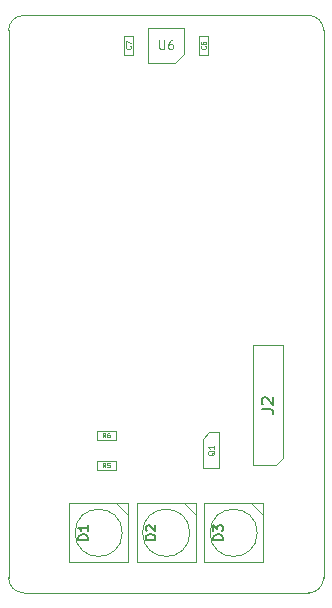
<source format=gbr>
%TF.GenerationSoftware,KiCad,Pcbnew,5.1.5+dfsg1-2~bpo10+1*%
%TF.CreationDate,Date%
%TF.ProjectId,CO2,434f322e-6b69-4636-9164-5f7063625858,rev?*%
%TF.SameCoordinates,Original*%
%TF.FileFunction,Other,Fab,Top*%
%FSLAX45Y45*%
G04 Gerber Fmt 4.5, Leading zero omitted, Abs format (unit mm)*
G04 Created by KiCad*
%MOMM*%
%LPD*%
G04 APERTURE LIST*
%ADD10C,0.120000*%
%ADD11C,0.100000*%
%ADD12C,0.110000*%
%ADD13C,0.150000*%
%ADD14C,0.060000*%
%ADD15C,0.075000*%
G04 APERTURE END LIST*
D10*
X-63500Y-4254500D02*
G75*
G02X-190500Y-4127500I0J127000D01*
G01*
X2476500Y-4127500D02*
G75*
G02X2349500Y-4254500I-127000J0D01*
G01*
X-190500Y507511D02*
G75*
G02X-63500Y634511I127000J0D01*
G01*
X2349500Y634511D02*
G75*
G02X2476500Y507511I0J-127000D01*
G01*
X2476500Y-4127500D02*
X2476500Y508000D01*
X-63500Y-4254500D02*
X2349500Y-4254500D01*
X-190500Y508000D02*
X-190500Y-4127500D01*
X2349500Y634511D02*
X-63500Y634511D01*
D11*
X1293000Y306000D02*
X1218000Y231000D01*
X1293000Y531000D02*
X1293000Y306000D01*
X993000Y531000D02*
X1293000Y531000D01*
X993000Y231000D02*
X993000Y531000D01*
X1218000Y231000D02*
X993000Y231000D01*
X2133600Y-3111500D02*
X2070100Y-3175000D01*
X2133600Y-2159000D02*
X2133600Y-3111500D01*
X1879600Y-2159000D02*
X2133600Y-2159000D01*
X1879600Y-3175000D02*
X1879600Y-2159000D01*
X2070100Y-3175000D02*
X1879600Y-3175000D01*
X785500Y301000D02*
X785500Y461000D01*
X865500Y301000D02*
X785500Y301000D01*
X865500Y461000D02*
X865500Y301000D01*
X785500Y461000D02*
X865500Y461000D01*
X1500500Y461000D02*
X1500500Y301000D01*
X1420500Y461000D02*
X1500500Y461000D01*
X1420500Y301000D02*
X1420500Y461000D01*
X1500500Y301000D02*
X1420500Y301000D01*
X715000Y-2961000D02*
X555000Y-2961000D01*
X715000Y-2881000D02*
X715000Y-2961000D01*
X555000Y-2881000D02*
X715000Y-2881000D01*
X555000Y-2961000D02*
X555000Y-2881000D01*
X555000Y-3135000D02*
X715000Y-3135000D01*
X555000Y-3215000D02*
X555000Y-3135000D01*
X715000Y-3215000D02*
X555000Y-3215000D01*
X715000Y-3135000D02*
X715000Y-3215000D01*
X1454000Y-3200000D02*
X1594000Y-3200000D01*
X1594000Y-2896000D02*
X1594000Y-3200000D01*
X1454000Y-2953000D02*
X1509000Y-2896000D01*
X1509000Y-2896000D02*
X1594000Y-2896000D01*
X1454000Y-2953000D02*
X1454000Y-3198000D01*
X1914500Y-3746500D02*
G75*
G03X1914500Y-3746500I-200000J0D01*
G01*
X1464500Y-3496500D02*
X1464500Y-3996500D01*
X1964500Y-3496500D02*
X1464500Y-3496500D01*
X1964500Y-3996500D02*
X1964500Y-3496500D01*
X1464500Y-3996500D02*
X1964500Y-3996500D01*
X1864500Y-3496500D02*
X1964500Y-3596500D01*
X1343000Y-3746500D02*
G75*
G03X1343000Y-3746500I-200000J0D01*
G01*
X893000Y-3496500D02*
X893000Y-3996500D01*
X1393000Y-3496500D02*
X893000Y-3496500D01*
X1393000Y-3996500D02*
X1393000Y-3496500D01*
X893000Y-3996500D02*
X1393000Y-3996500D01*
X1293000Y-3496500D02*
X1393000Y-3596500D01*
X771500Y-3746500D02*
G75*
G03X771500Y-3746500I-200000J0D01*
G01*
X321500Y-3496500D02*
X321500Y-3996500D01*
X821500Y-3496500D02*
X321500Y-3496500D01*
X821500Y-3996500D02*
X821500Y-3496500D01*
X321500Y-3996500D02*
X821500Y-3996500D01*
X721500Y-3496500D02*
X821500Y-3596500D01*
D12*
X1085857Y422071D02*
X1085857Y361357D01*
X1089429Y354214D01*
X1093000Y350643D01*
X1100143Y347072D01*
X1114429Y347072D01*
X1121571Y350643D01*
X1125143Y354214D01*
X1128714Y361357D01*
X1128714Y422071D01*
X1196571Y422071D02*
X1182286Y422071D01*
X1175143Y418500D01*
X1171571Y414929D01*
X1164429Y404214D01*
X1160857Y389929D01*
X1160857Y361357D01*
X1164429Y354214D01*
X1168000Y350643D01*
X1175143Y347072D01*
X1189429Y347072D01*
X1196571Y350643D01*
X1200143Y354214D01*
X1203714Y361357D01*
X1203714Y379214D01*
X1200143Y386357D01*
X1196571Y389929D01*
X1189429Y393500D01*
X1175143Y393500D01*
X1168000Y389929D01*
X1164429Y386357D01*
X1160857Y379214D01*
D13*
X1951838Y-2700333D02*
X2023267Y-2700333D01*
X2037552Y-2705095D01*
X2047076Y-2714619D01*
X2051838Y-2728905D01*
X2051838Y-2738429D01*
X1961362Y-2657476D02*
X1956600Y-2652714D01*
X1951838Y-2643190D01*
X1951838Y-2619381D01*
X1956600Y-2609857D01*
X1961362Y-2605095D01*
X1970886Y-2600333D01*
X1980409Y-2600333D01*
X1994695Y-2605095D01*
X2051838Y-2662238D01*
X2051838Y-2600333D01*
D14*
X839786Y374333D02*
X841690Y372429D01*
X843595Y366714D01*
X843595Y362905D01*
X841690Y357190D01*
X837881Y353381D01*
X834071Y351476D01*
X826452Y349571D01*
X820738Y349571D01*
X813119Y351476D01*
X809309Y353381D01*
X805500Y357190D01*
X803595Y362905D01*
X803595Y366714D01*
X805500Y372429D01*
X807405Y374333D01*
X803595Y387667D02*
X803595Y414333D01*
X843595Y397190D01*
X1474786Y374333D02*
X1476690Y372429D01*
X1478595Y366714D01*
X1478595Y362905D01*
X1476690Y357190D01*
X1472881Y353381D01*
X1469071Y351476D01*
X1461452Y349571D01*
X1455738Y349571D01*
X1448119Y351476D01*
X1444309Y353381D01*
X1440500Y357190D01*
X1438595Y362905D01*
X1438595Y366714D01*
X1440500Y372429D01*
X1442405Y374333D01*
X1438595Y408619D02*
X1438595Y401000D01*
X1440500Y397190D01*
X1442405Y395286D01*
X1448119Y391476D01*
X1455738Y389571D01*
X1470976Y389571D01*
X1474786Y391476D01*
X1476690Y393381D01*
X1478595Y397190D01*
X1478595Y404810D01*
X1476690Y408619D01*
X1474786Y410524D01*
X1470976Y412429D01*
X1461452Y412429D01*
X1457643Y410524D01*
X1455738Y408619D01*
X1453833Y404810D01*
X1453833Y397190D01*
X1455738Y393381D01*
X1457643Y391476D01*
X1461452Y389571D01*
X628333Y-2939095D02*
X615000Y-2920048D01*
X605476Y-2939095D02*
X605476Y-2899095D01*
X620714Y-2899095D01*
X624524Y-2901000D01*
X626429Y-2902905D01*
X628333Y-2906714D01*
X628333Y-2912428D01*
X626429Y-2916238D01*
X624524Y-2918143D01*
X620714Y-2920048D01*
X605476Y-2920048D01*
X662619Y-2899095D02*
X655000Y-2899095D01*
X651190Y-2901000D01*
X649286Y-2902905D01*
X645476Y-2908619D01*
X643571Y-2916238D01*
X643571Y-2931476D01*
X645476Y-2935286D01*
X647381Y-2937190D01*
X651190Y-2939095D01*
X658810Y-2939095D01*
X662619Y-2937190D01*
X664524Y-2935286D01*
X666429Y-2931476D01*
X666429Y-2921952D01*
X664524Y-2918143D01*
X662619Y-2916238D01*
X658810Y-2914333D01*
X651190Y-2914333D01*
X647381Y-2916238D01*
X645476Y-2918143D01*
X643571Y-2921952D01*
X628333Y-3193095D02*
X615000Y-3174048D01*
X605476Y-3193095D02*
X605476Y-3153095D01*
X620714Y-3153095D01*
X624524Y-3155000D01*
X626429Y-3156905D01*
X628333Y-3160714D01*
X628333Y-3166428D01*
X626429Y-3170238D01*
X624524Y-3172143D01*
X620714Y-3174048D01*
X605476Y-3174048D01*
X664524Y-3153095D02*
X645476Y-3153095D01*
X643571Y-3172143D01*
X645476Y-3170238D01*
X649286Y-3168333D01*
X658810Y-3168333D01*
X662619Y-3170238D01*
X664524Y-3172143D01*
X666429Y-3175952D01*
X666429Y-3185476D01*
X664524Y-3189286D01*
X662619Y-3191190D01*
X658810Y-3193095D01*
X649286Y-3193095D01*
X645476Y-3191190D01*
X643571Y-3189286D01*
D15*
X1551381Y-3052762D02*
X1549000Y-3057524D01*
X1544238Y-3062286D01*
X1537095Y-3069428D01*
X1534714Y-3074190D01*
X1534714Y-3078952D01*
X1546619Y-3076571D02*
X1544238Y-3081333D01*
X1539476Y-3086095D01*
X1529952Y-3088476D01*
X1513286Y-3088476D01*
X1503762Y-3086095D01*
X1499000Y-3081333D01*
X1496619Y-3076571D01*
X1496619Y-3067048D01*
X1499000Y-3062286D01*
X1503762Y-3057524D01*
X1513286Y-3055143D01*
X1529952Y-3055143D01*
X1539476Y-3057524D01*
X1544238Y-3062286D01*
X1546619Y-3067048D01*
X1546619Y-3076571D01*
X1546619Y-3007524D02*
X1546619Y-3036095D01*
X1546619Y-3021809D02*
X1496619Y-3021809D01*
X1503762Y-3026571D01*
X1508524Y-3031333D01*
X1510905Y-3036095D01*
D13*
X1623690Y-3805548D02*
X1543690Y-3805548D01*
X1543690Y-3786500D01*
X1547500Y-3775071D01*
X1555119Y-3767452D01*
X1562738Y-3763643D01*
X1577976Y-3759833D01*
X1589405Y-3759833D01*
X1604643Y-3763643D01*
X1612262Y-3767452D01*
X1619881Y-3775071D01*
X1623690Y-3786500D01*
X1623690Y-3805548D01*
X1543690Y-3733167D02*
X1543690Y-3683643D01*
X1574167Y-3710309D01*
X1574167Y-3698881D01*
X1577976Y-3691262D01*
X1581786Y-3687452D01*
X1589405Y-3683643D01*
X1608452Y-3683643D01*
X1616071Y-3687452D01*
X1619881Y-3691262D01*
X1623690Y-3698881D01*
X1623690Y-3721738D01*
X1619881Y-3729357D01*
X1616071Y-3733167D01*
X1052190Y-3805548D02*
X972190Y-3805548D01*
X972190Y-3786500D01*
X976000Y-3775071D01*
X983619Y-3767452D01*
X991238Y-3763643D01*
X1006476Y-3759833D01*
X1017905Y-3759833D01*
X1033143Y-3763643D01*
X1040762Y-3767452D01*
X1048381Y-3775071D01*
X1052190Y-3786500D01*
X1052190Y-3805548D01*
X979809Y-3729357D02*
X976000Y-3725548D01*
X972190Y-3717928D01*
X972190Y-3698881D01*
X976000Y-3691262D01*
X979809Y-3687452D01*
X987428Y-3683643D01*
X995048Y-3683643D01*
X1006476Y-3687452D01*
X1052190Y-3733167D01*
X1052190Y-3683643D01*
X480690Y-3805548D02*
X400690Y-3805548D01*
X400690Y-3786500D01*
X404500Y-3775071D01*
X412119Y-3767452D01*
X419738Y-3763643D01*
X434976Y-3759833D01*
X446405Y-3759833D01*
X461643Y-3763643D01*
X469262Y-3767452D01*
X476881Y-3775071D01*
X480690Y-3786500D01*
X480690Y-3805548D01*
X480690Y-3683643D02*
X480690Y-3729357D01*
X480690Y-3706500D02*
X400690Y-3706500D01*
X412119Y-3714119D01*
X419738Y-3721738D01*
X423548Y-3729357D01*
M02*

</source>
